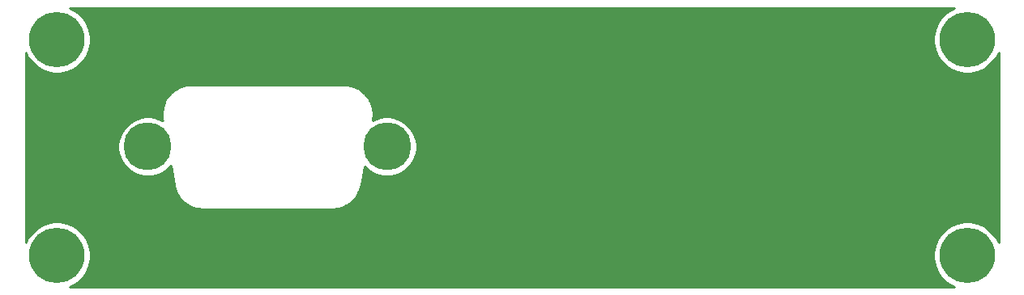
<source format=gbr>
G04 #@! TF.GenerationSoftware,KiCad,Pcbnew,(5.1.5-0)*
G04 #@! TF.CreationDate,2020-11-29T11:23:52-07:00*
G04 #@! TF.ProjectId,back_panel,6261636b-5f70-4616-9e65-6c2e6b696361,rev?*
G04 #@! TF.SameCoordinates,Original*
G04 #@! TF.FileFunction,Copper,L2,Bot*
G04 #@! TF.FilePolarity,Positive*
%FSLAX46Y46*%
G04 Gerber Fmt 4.6, Leading zero omitted, Abs format (unit mm)*
G04 Created by KiCad (PCBNEW (5.1.5-0)) date 2020-11-29 11:23:52*
%MOMM*%
%LPD*%
G04 APERTURE LIST*
%ADD10C,5.000000*%
%ADD11C,5.800000*%
%ADD12C,0.254000*%
G04 APERTURE END LIST*
D10*
X134490000Y-111220000D03*
X109490000Y-111220000D03*
D11*
X100000000Y-100000000D03*
X100000000Y-122630000D03*
X195130000Y-100000000D03*
X195130000Y-122630000D03*
D12*
G36*
X193455550Y-96867324D02*
G01*
X192876569Y-97254186D01*
X192384186Y-97746569D01*
X191997324Y-98325550D01*
X191730848Y-98968879D01*
X191595000Y-99651833D01*
X191595000Y-100348167D01*
X191730848Y-101031121D01*
X191997324Y-101674450D01*
X192384186Y-102253431D01*
X192876569Y-102745814D01*
X193455550Y-103132676D01*
X194098879Y-103399152D01*
X194781833Y-103535000D01*
X195478167Y-103535000D01*
X196161121Y-103399152D01*
X196804450Y-103132676D01*
X197383431Y-102745814D01*
X197875814Y-102253431D01*
X198262676Y-101674450D01*
X198405000Y-101330850D01*
X198405001Y-121299152D01*
X198262676Y-120955550D01*
X197875814Y-120376569D01*
X197383431Y-119884186D01*
X196804450Y-119497324D01*
X196161121Y-119230848D01*
X195478167Y-119095000D01*
X194781833Y-119095000D01*
X194098879Y-119230848D01*
X193455550Y-119497324D01*
X192876569Y-119884186D01*
X192384186Y-120376569D01*
X191997324Y-120955550D01*
X191730848Y-121598879D01*
X191595000Y-122281833D01*
X191595000Y-122978167D01*
X191730848Y-123661121D01*
X191997324Y-124304450D01*
X192384186Y-124883431D01*
X192876569Y-125375814D01*
X193455550Y-125762676D01*
X193799150Y-125905000D01*
X101330850Y-125905000D01*
X101674450Y-125762676D01*
X102253431Y-125375814D01*
X102745814Y-124883431D01*
X103132676Y-124304450D01*
X103399152Y-123661121D01*
X103535000Y-122978167D01*
X103535000Y-122281833D01*
X103399152Y-121598879D01*
X103132676Y-120955550D01*
X102745814Y-120376569D01*
X102253431Y-119884186D01*
X101674450Y-119497324D01*
X101031121Y-119230848D01*
X100348167Y-119095000D01*
X99651833Y-119095000D01*
X98968879Y-119230848D01*
X98325550Y-119497324D01*
X97746569Y-119884186D01*
X97254186Y-120376569D01*
X96867324Y-120955550D01*
X96725000Y-121299150D01*
X96725000Y-110911229D01*
X106355000Y-110911229D01*
X106355000Y-111528771D01*
X106475476Y-112134446D01*
X106711799Y-112704979D01*
X107054886Y-113218446D01*
X107491554Y-113655114D01*
X108005021Y-113998201D01*
X108575554Y-114234524D01*
X109181229Y-114355000D01*
X109798771Y-114355000D01*
X110404446Y-114234524D01*
X110974979Y-113998201D01*
X111488446Y-113655114D01*
X111879724Y-113263836D01*
X112222143Y-115267480D01*
X112223911Y-115273934D01*
X112231329Y-115312818D01*
X112240928Y-115345432D01*
X112247296Y-115378814D01*
X112250101Y-115388104D01*
X112388610Y-115835555D01*
X112413020Y-115893624D01*
X112436617Y-115952028D01*
X112441170Y-115960592D01*
X112441172Y-115960597D01*
X112441175Y-115960601D01*
X112663955Y-116372623D01*
X112699187Y-116424857D01*
X112733670Y-116477552D01*
X112739801Y-116485070D01*
X112739804Y-116485074D01*
X112739808Y-116485078D01*
X113038371Y-116845979D01*
X113083045Y-116890342D01*
X113127140Y-116935370D01*
X113134612Y-116941551D01*
X113134617Y-116941556D01*
X113134619Y-116941557D01*
X113497599Y-117237597D01*
X113550056Y-117272449D01*
X113602042Y-117308044D01*
X113610578Y-117312660D01*
X114024149Y-117532559D01*
X114082424Y-117556578D01*
X114140284Y-117581377D01*
X114149548Y-117584245D01*
X114149555Y-117584248D01*
X114149562Y-117584249D01*
X114597961Y-117719629D01*
X114659743Y-117731862D01*
X114721366Y-117744960D01*
X114731017Y-117745975D01*
X115197180Y-117791683D01*
X115197187Y-117791683D01*
X115230865Y-117795000D01*
X128769135Y-117795000D01*
X128773973Y-117794524D01*
X128811709Y-117793997D01*
X128845493Y-117790208D01*
X128879483Y-117789733D01*
X128889119Y-117788585D01*
X129353822Y-117729879D01*
X129415246Y-117715924D01*
X129476862Y-117702827D01*
X129486089Y-117699829D01*
X129486095Y-117699827D01*
X129930543Y-117551979D01*
X129988090Y-117526358D01*
X130045987Y-117501543D01*
X130054453Y-117496812D01*
X130054457Y-117496810D01*
X130054460Y-117496808D01*
X130461728Y-117265446D01*
X130513162Y-117229163D01*
X130565175Y-117193549D01*
X130572565Y-117187260D01*
X130927140Y-116881199D01*
X130970575Y-116835588D01*
X131014653Y-116790577D01*
X131020681Y-116782972D01*
X131309054Y-116413870D01*
X131342812Y-116360676D01*
X131377298Y-116307975D01*
X131381731Y-116299349D01*
X131381734Y-116299345D01*
X131381736Y-116299341D01*
X131592924Y-115881259D01*
X131615700Y-115822539D01*
X131639300Y-115764127D01*
X131641975Y-115754799D01*
X131749988Y-115367943D01*
X131750742Y-115366435D01*
X131777856Y-115267480D01*
X132117357Y-113280917D01*
X132491554Y-113655114D01*
X133005021Y-113998201D01*
X133575554Y-114234524D01*
X134181229Y-114355000D01*
X134798771Y-114355000D01*
X135404446Y-114234524D01*
X135974979Y-113998201D01*
X136488446Y-113655114D01*
X136925114Y-113218446D01*
X137268201Y-112704979D01*
X137504524Y-112134446D01*
X137625000Y-111528771D01*
X137625000Y-110911229D01*
X137504524Y-110305554D01*
X137268201Y-109735021D01*
X136925114Y-109221554D01*
X136488446Y-108784886D01*
X135974979Y-108441799D01*
X135404446Y-108205476D01*
X134798771Y-108085000D01*
X134181229Y-108085000D01*
X133575554Y-108205476D01*
X133005021Y-108441799D01*
X132975547Y-108461493D01*
X132977535Y-108454276D01*
X132987230Y-108398148D01*
X132998681Y-108342364D01*
X132999629Y-108332706D01*
X133042082Y-107866236D01*
X133041642Y-107803208D01*
X133042081Y-107740256D01*
X133041135Y-107730598D01*
X132992174Y-107264766D01*
X132979498Y-107203013D01*
X132967704Y-107141186D01*
X132964900Y-107131896D01*
X132826390Y-106684446D01*
X132801980Y-106626377D01*
X132778383Y-106567973D01*
X132773828Y-106559404D01*
X132551046Y-106147378D01*
X132515828Y-106095165D01*
X132481330Y-106042448D01*
X132475197Y-106034928D01*
X132176629Y-105674021D01*
X132131938Y-105629641D01*
X132087859Y-105584629D01*
X132080382Y-105578443D01*
X131717400Y-105282403D01*
X131664939Y-105247547D01*
X131612958Y-105211956D01*
X131604427Y-105207343D01*
X131604423Y-105207340D01*
X131604419Y-105207338D01*
X131190851Y-104987441D01*
X131132633Y-104963445D01*
X131074716Y-104938623D01*
X131065446Y-104935753D01*
X130617039Y-104800371D01*
X130555263Y-104788139D01*
X130493634Y-104775040D01*
X130483983Y-104774025D01*
X130017821Y-104728317D01*
X130017813Y-104728317D01*
X129984135Y-104725000D01*
X114015865Y-104725000D01*
X113988093Y-104727735D01*
X113610547Y-104758112D01*
X113554494Y-104768197D01*
X113498149Y-104776518D01*
X113488749Y-104778931D01*
X113035891Y-104898582D01*
X112976835Y-104920544D01*
X112917511Y-104941669D01*
X112908762Y-104945860D01*
X112908754Y-104945864D01*
X112487766Y-105151194D01*
X112434132Y-105184190D01*
X112380009Y-105216454D01*
X112372238Y-105222267D01*
X111999146Y-105505459D01*
X111952923Y-105548261D01*
X111906114Y-105590409D01*
X111899627Y-105597614D01*
X111899622Y-105597618D01*
X111899621Y-105597620D01*
X111588640Y-105947887D01*
X111551618Y-105998843D01*
X111513883Y-106049285D01*
X111508920Y-106057611D01*
X111508912Y-106057622D01*
X111508907Y-106057633D01*
X111271887Y-106461621D01*
X111245458Y-106518817D01*
X111218248Y-106575611D01*
X111214992Y-106584753D01*
X111060952Y-107027097D01*
X111046139Y-107088325D01*
X111030475Y-107149334D01*
X111029060Y-107158922D01*
X111029057Y-107158934D01*
X111029057Y-107158946D01*
X110963870Y-107622773D01*
X110961233Y-107685682D01*
X110957716Y-107748600D01*
X110958190Y-107758293D01*
X110984336Y-108225961D01*
X110993968Y-108288181D01*
X111002739Y-108350590D01*
X111005085Y-108359999D01*
X111005086Y-108360004D01*
X111005087Y-108360006D01*
X111036672Y-108483021D01*
X110974979Y-108441799D01*
X110404446Y-108205476D01*
X109798771Y-108085000D01*
X109181229Y-108085000D01*
X108575554Y-108205476D01*
X108005021Y-108441799D01*
X107491554Y-108784886D01*
X107054886Y-109221554D01*
X106711799Y-109735021D01*
X106475476Y-110305554D01*
X106355000Y-110911229D01*
X96725000Y-110911229D01*
X96725000Y-101330850D01*
X96867324Y-101674450D01*
X97254186Y-102253431D01*
X97746569Y-102745814D01*
X98325550Y-103132676D01*
X98968879Y-103399152D01*
X99651833Y-103535000D01*
X100348167Y-103535000D01*
X101031121Y-103399152D01*
X101674450Y-103132676D01*
X102253431Y-102745814D01*
X102745814Y-102253431D01*
X103132676Y-101674450D01*
X103399152Y-101031121D01*
X103535000Y-100348167D01*
X103535000Y-99651833D01*
X103399152Y-98968879D01*
X103132676Y-98325550D01*
X102745814Y-97746569D01*
X102253431Y-97254186D01*
X101674450Y-96867324D01*
X101330850Y-96725000D01*
X193799150Y-96725000D01*
X193455550Y-96867324D01*
G37*
X193455550Y-96867324D02*
X192876569Y-97254186D01*
X192384186Y-97746569D01*
X191997324Y-98325550D01*
X191730848Y-98968879D01*
X191595000Y-99651833D01*
X191595000Y-100348167D01*
X191730848Y-101031121D01*
X191997324Y-101674450D01*
X192384186Y-102253431D01*
X192876569Y-102745814D01*
X193455550Y-103132676D01*
X194098879Y-103399152D01*
X194781833Y-103535000D01*
X195478167Y-103535000D01*
X196161121Y-103399152D01*
X196804450Y-103132676D01*
X197383431Y-102745814D01*
X197875814Y-102253431D01*
X198262676Y-101674450D01*
X198405000Y-101330850D01*
X198405001Y-121299152D01*
X198262676Y-120955550D01*
X197875814Y-120376569D01*
X197383431Y-119884186D01*
X196804450Y-119497324D01*
X196161121Y-119230848D01*
X195478167Y-119095000D01*
X194781833Y-119095000D01*
X194098879Y-119230848D01*
X193455550Y-119497324D01*
X192876569Y-119884186D01*
X192384186Y-120376569D01*
X191997324Y-120955550D01*
X191730848Y-121598879D01*
X191595000Y-122281833D01*
X191595000Y-122978167D01*
X191730848Y-123661121D01*
X191997324Y-124304450D01*
X192384186Y-124883431D01*
X192876569Y-125375814D01*
X193455550Y-125762676D01*
X193799150Y-125905000D01*
X101330850Y-125905000D01*
X101674450Y-125762676D01*
X102253431Y-125375814D01*
X102745814Y-124883431D01*
X103132676Y-124304450D01*
X103399152Y-123661121D01*
X103535000Y-122978167D01*
X103535000Y-122281833D01*
X103399152Y-121598879D01*
X103132676Y-120955550D01*
X102745814Y-120376569D01*
X102253431Y-119884186D01*
X101674450Y-119497324D01*
X101031121Y-119230848D01*
X100348167Y-119095000D01*
X99651833Y-119095000D01*
X98968879Y-119230848D01*
X98325550Y-119497324D01*
X97746569Y-119884186D01*
X97254186Y-120376569D01*
X96867324Y-120955550D01*
X96725000Y-121299150D01*
X96725000Y-110911229D01*
X106355000Y-110911229D01*
X106355000Y-111528771D01*
X106475476Y-112134446D01*
X106711799Y-112704979D01*
X107054886Y-113218446D01*
X107491554Y-113655114D01*
X108005021Y-113998201D01*
X108575554Y-114234524D01*
X109181229Y-114355000D01*
X109798771Y-114355000D01*
X110404446Y-114234524D01*
X110974979Y-113998201D01*
X111488446Y-113655114D01*
X111879724Y-113263836D01*
X112222143Y-115267480D01*
X112223911Y-115273934D01*
X112231329Y-115312818D01*
X112240928Y-115345432D01*
X112247296Y-115378814D01*
X112250101Y-115388104D01*
X112388610Y-115835555D01*
X112413020Y-115893624D01*
X112436617Y-115952028D01*
X112441170Y-115960592D01*
X112441172Y-115960597D01*
X112441175Y-115960601D01*
X112663955Y-116372623D01*
X112699187Y-116424857D01*
X112733670Y-116477552D01*
X112739801Y-116485070D01*
X112739804Y-116485074D01*
X112739808Y-116485078D01*
X113038371Y-116845979D01*
X113083045Y-116890342D01*
X113127140Y-116935370D01*
X113134612Y-116941551D01*
X113134617Y-116941556D01*
X113134619Y-116941557D01*
X113497599Y-117237597D01*
X113550056Y-117272449D01*
X113602042Y-117308044D01*
X113610578Y-117312660D01*
X114024149Y-117532559D01*
X114082424Y-117556578D01*
X114140284Y-117581377D01*
X114149548Y-117584245D01*
X114149555Y-117584248D01*
X114149562Y-117584249D01*
X114597961Y-117719629D01*
X114659743Y-117731862D01*
X114721366Y-117744960D01*
X114731017Y-117745975D01*
X115197180Y-117791683D01*
X115197187Y-117791683D01*
X115230865Y-117795000D01*
X128769135Y-117795000D01*
X128773973Y-117794524D01*
X128811709Y-117793997D01*
X128845493Y-117790208D01*
X128879483Y-117789733D01*
X128889119Y-117788585D01*
X129353822Y-117729879D01*
X129415246Y-117715924D01*
X129476862Y-117702827D01*
X129486089Y-117699829D01*
X129486095Y-117699827D01*
X129930543Y-117551979D01*
X129988090Y-117526358D01*
X130045987Y-117501543D01*
X130054453Y-117496812D01*
X130054457Y-117496810D01*
X130054460Y-117496808D01*
X130461728Y-117265446D01*
X130513162Y-117229163D01*
X130565175Y-117193549D01*
X130572565Y-117187260D01*
X130927140Y-116881199D01*
X130970575Y-116835588D01*
X131014653Y-116790577D01*
X131020681Y-116782972D01*
X131309054Y-116413870D01*
X131342812Y-116360676D01*
X131377298Y-116307975D01*
X131381731Y-116299349D01*
X131381734Y-116299345D01*
X131381736Y-116299341D01*
X131592924Y-115881259D01*
X131615700Y-115822539D01*
X131639300Y-115764127D01*
X131641975Y-115754799D01*
X131749988Y-115367943D01*
X131750742Y-115366435D01*
X131777856Y-115267480D01*
X132117357Y-113280917D01*
X132491554Y-113655114D01*
X133005021Y-113998201D01*
X133575554Y-114234524D01*
X134181229Y-114355000D01*
X134798771Y-114355000D01*
X135404446Y-114234524D01*
X135974979Y-113998201D01*
X136488446Y-113655114D01*
X136925114Y-113218446D01*
X137268201Y-112704979D01*
X137504524Y-112134446D01*
X137625000Y-111528771D01*
X137625000Y-110911229D01*
X137504524Y-110305554D01*
X137268201Y-109735021D01*
X136925114Y-109221554D01*
X136488446Y-108784886D01*
X135974979Y-108441799D01*
X135404446Y-108205476D01*
X134798771Y-108085000D01*
X134181229Y-108085000D01*
X133575554Y-108205476D01*
X133005021Y-108441799D01*
X132975547Y-108461493D01*
X132977535Y-108454276D01*
X132987230Y-108398148D01*
X132998681Y-108342364D01*
X132999629Y-108332706D01*
X133042082Y-107866236D01*
X133041642Y-107803208D01*
X133042081Y-107740256D01*
X133041135Y-107730598D01*
X132992174Y-107264766D01*
X132979498Y-107203013D01*
X132967704Y-107141186D01*
X132964900Y-107131896D01*
X132826390Y-106684446D01*
X132801980Y-106626377D01*
X132778383Y-106567973D01*
X132773828Y-106559404D01*
X132551046Y-106147378D01*
X132515828Y-106095165D01*
X132481330Y-106042448D01*
X132475197Y-106034928D01*
X132176629Y-105674021D01*
X132131938Y-105629641D01*
X132087859Y-105584629D01*
X132080382Y-105578443D01*
X131717400Y-105282403D01*
X131664939Y-105247547D01*
X131612958Y-105211956D01*
X131604427Y-105207343D01*
X131604423Y-105207340D01*
X131604419Y-105207338D01*
X131190851Y-104987441D01*
X131132633Y-104963445D01*
X131074716Y-104938623D01*
X131065446Y-104935753D01*
X130617039Y-104800371D01*
X130555263Y-104788139D01*
X130493634Y-104775040D01*
X130483983Y-104774025D01*
X130017821Y-104728317D01*
X130017813Y-104728317D01*
X129984135Y-104725000D01*
X114015865Y-104725000D01*
X113988093Y-104727735D01*
X113610547Y-104758112D01*
X113554494Y-104768197D01*
X113498149Y-104776518D01*
X113488749Y-104778931D01*
X113035891Y-104898582D01*
X112976835Y-104920544D01*
X112917511Y-104941669D01*
X112908762Y-104945860D01*
X112908754Y-104945864D01*
X112487766Y-105151194D01*
X112434132Y-105184190D01*
X112380009Y-105216454D01*
X112372238Y-105222267D01*
X111999146Y-105505459D01*
X111952923Y-105548261D01*
X111906114Y-105590409D01*
X111899627Y-105597614D01*
X111899622Y-105597618D01*
X111899621Y-105597620D01*
X111588640Y-105947887D01*
X111551618Y-105998843D01*
X111513883Y-106049285D01*
X111508920Y-106057611D01*
X111508912Y-106057622D01*
X111508907Y-106057633D01*
X111271887Y-106461621D01*
X111245458Y-106518817D01*
X111218248Y-106575611D01*
X111214992Y-106584753D01*
X111060952Y-107027097D01*
X111046139Y-107088325D01*
X111030475Y-107149334D01*
X111029060Y-107158922D01*
X111029057Y-107158934D01*
X111029057Y-107158946D01*
X110963870Y-107622773D01*
X110961233Y-107685682D01*
X110957716Y-107748600D01*
X110958190Y-107758293D01*
X110984336Y-108225961D01*
X110993968Y-108288181D01*
X111002739Y-108350590D01*
X111005085Y-108359999D01*
X111005086Y-108360004D01*
X111005087Y-108360006D01*
X111036672Y-108483021D01*
X110974979Y-108441799D01*
X110404446Y-108205476D01*
X109798771Y-108085000D01*
X109181229Y-108085000D01*
X108575554Y-108205476D01*
X108005021Y-108441799D01*
X107491554Y-108784886D01*
X107054886Y-109221554D01*
X106711799Y-109735021D01*
X106475476Y-110305554D01*
X106355000Y-110911229D01*
X96725000Y-110911229D01*
X96725000Y-101330850D01*
X96867324Y-101674450D01*
X97254186Y-102253431D01*
X97746569Y-102745814D01*
X98325550Y-103132676D01*
X98968879Y-103399152D01*
X99651833Y-103535000D01*
X100348167Y-103535000D01*
X101031121Y-103399152D01*
X101674450Y-103132676D01*
X102253431Y-102745814D01*
X102745814Y-102253431D01*
X103132676Y-101674450D01*
X103399152Y-101031121D01*
X103535000Y-100348167D01*
X103535000Y-99651833D01*
X103399152Y-98968879D01*
X103132676Y-98325550D01*
X102745814Y-97746569D01*
X102253431Y-97254186D01*
X101674450Y-96867324D01*
X101330850Y-96725000D01*
X193799150Y-96725000D01*
X193455550Y-96867324D01*
M02*

</source>
